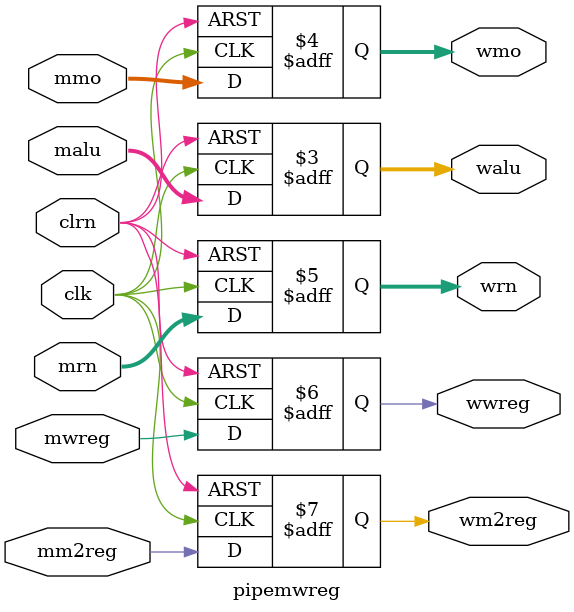
<source format=v>
`timescale 1ns / 1ps
module pipemwreg(mwreg,mm2reg,mmo,malu,mrn,clk,clrn,
                 wwreg,wm2reg,wmo,walu,wrn
    );
	 input [31:0] malu,mmo;
	 input [4:0] mrn;
	 input mwreg,mm2reg;
	 input clk,clrn;
	 output [31:0] walu,wmo;
	 output [4:0] wrn;
	 output wwreg,wm2reg;
	 reg [31:0] walu,wmo;
	 reg [4:0] wrn;
	 reg wwreg,wm2reg;
	 always @(negedge clrn or posedge clk)
	     if(clrn==0)
		      begin
				    wwreg<=0;    wm2reg<=0;    wmo<=0;
					 walu<=0;     wrn<=0;      
					 
			   end
			else
			    begin
				      wwreg<=mwreg;    wm2reg<=mm2reg;    wmo<=mmo;
					   walu<=malu;     wrn<=mrn;      
				 end

endmodule

</source>
